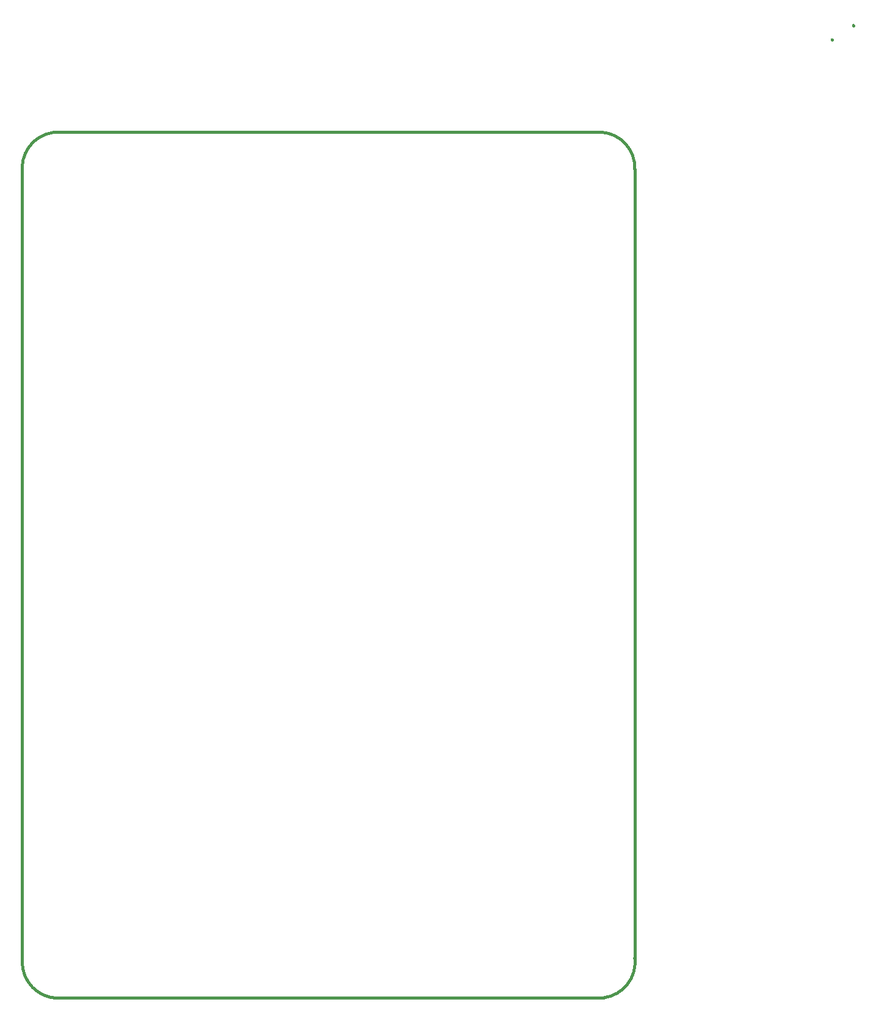
<source format=gm1>
G04 #@! TF.FileFunction,Profile,NP*
%FSLAX46Y46*%
G04 Gerber Fmt 4.6, Leading zero omitted, Abs format (unit mm)*
G04 Created by KiCad (PCBNEW (2015-07-09 BZR 5913, Git 33e1797)-product) date 12/08/2015 14:46:09*
%MOMM*%
G01*
G04 APERTURE LIST*
%ADD10C,0.150000*%
%ADD11C,0.381000*%
G04 APERTURE END LIST*
D10*
D11*
X68233000Y46248500D02*
X68233000Y-63860500D01*
X73376500Y51074500D02*
G75*
G03X68233000Y46312000I-190500J-4953000D01*
G01*
X148433500Y51074500D02*
X73313000Y51074500D01*
X153196000Y45931000D02*
X153196000Y45867500D01*
X153196000Y-63606500D02*
X153196000Y45931000D01*
X73059000Y-68877000D02*
X148878000Y-68877000D01*
X68233000Y-63860500D02*
G75*
G03X73186000Y-68940500I5016500J-63500D01*
G01*
X148878000Y-68877000D02*
G75*
G03X153196000Y-63289000I-635000J4953000D01*
G01*
X153196000Y45867500D02*
G75*
G03X148497000Y51074500I-4953000J254000D01*
G01*
X180545666Y63872000D02*
G75*
G03X180545666Y63872000I-1666J0D01*
G01*
X180541500Y63872000D02*
X180546500Y63872000D01*
X180544000Y63874500D02*
X180544000Y63869500D01*
X183545666Y65872000D02*
G75*
G03X183545666Y65872000I-1666J0D01*
G01*
X183541500Y65872000D02*
X183546500Y65872000D01*
X183544000Y65874500D02*
X183544000Y65869500D01*
X183545666Y65872000D02*
G75*
G03X183545666Y65872000I-1666J0D01*
G01*
X183541500Y65872000D02*
X183546500Y65872000D01*
X183544000Y65874500D02*
X183544000Y65869500D01*
M02*

</source>
